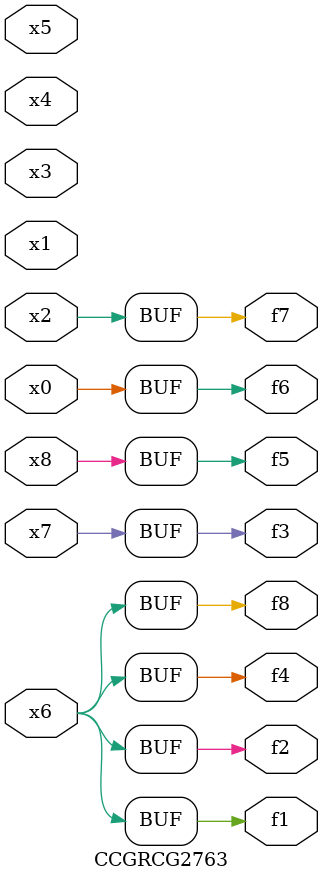
<source format=v>
module CCGRCG2763(
	input x0, x1, x2, x3, x4, x5, x6, x7, x8,
	output f1, f2, f3, f4, f5, f6, f7, f8
);
	assign f1 = x6;
	assign f2 = x6;
	assign f3 = x7;
	assign f4 = x6;
	assign f5 = x8;
	assign f6 = x0;
	assign f7 = x2;
	assign f8 = x6;
endmodule

</source>
